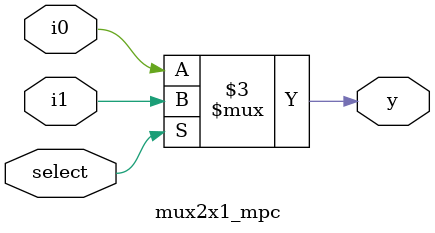
<source format=v>
module mux2x1_mpc(i0, i1, select, y);
    input i0, i1, select;
    output reg y;

    always @ (i0 or i1 or select)
        if (select) y = i1;
        else y = i0;
endmodule

/*
 las salidas (output) son de solo lectura y no pueden ser asignadas 
 dentro de un bloque always. Para corregir esto, puedes cambiar 
 la declaración de Y de output a reg, 
 ya que parece que estás intentando modelar el comportamiento del multiplexor:
*/
</source>
